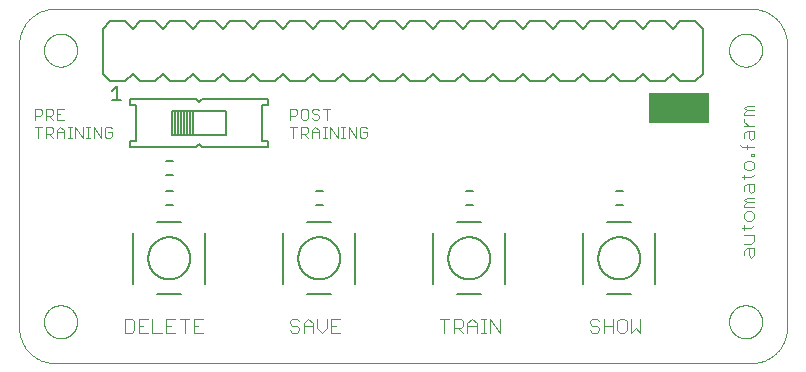
<source format=gto>
G75*
%MOIN*%
%OFA0B0*%
%FSLAX25Y25*%
%IPPOS*%
%LPD*%
%AMOC8*
5,1,8,0,0,1.08239X$1,22.5*
%
%ADD10C,0.00400*%
%ADD11C,0.00300*%
%ADD12R,0.20000X0.10000*%
%ADD13C,0.00500*%
%ADD14C,0.00800*%
%ADD15C,0.00600*%
%ADD16C,0.00000*%
D10*
X0040200Y0015200D02*
X0040200Y0019804D01*
X0042502Y0019804D01*
X0043269Y0019037D01*
X0043269Y0015967D01*
X0042502Y0015200D01*
X0040200Y0015200D01*
X0044804Y0015200D02*
X0047873Y0015200D01*
X0049408Y0015200D02*
X0052477Y0015200D01*
X0054012Y0015200D02*
X0057081Y0015200D01*
X0054012Y0015200D02*
X0054012Y0019804D01*
X0057081Y0019804D01*
X0058616Y0019804D02*
X0061685Y0019804D01*
X0063220Y0019804D02*
X0063220Y0015200D01*
X0066289Y0015200D01*
X0064754Y0017502D02*
X0063220Y0017502D01*
X0063220Y0019804D02*
X0066289Y0019804D01*
X0060150Y0019804D02*
X0060150Y0015200D01*
X0055546Y0017502D02*
X0054012Y0017502D01*
X0049408Y0019804D02*
X0049408Y0015200D01*
X0046339Y0017502D02*
X0044804Y0017502D01*
X0044804Y0019804D02*
X0044804Y0015200D01*
X0044804Y0019804D02*
X0047873Y0019804D01*
X0095200Y0019037D02*
X0095200Y0018269D01*
X0095967Y0017502D01*
X0097502Y0017502D01*
X0098269Y0016735D01*
X0098269Y0015967D01*
X0097502Y0015200D01*
X0095967Y0015200D01*
X0095200Y0015967D01*
X0099804Y0015200D02*
X0099804Y0018269D01*
X0101339Y0019804D01*
X0102873Y0018269D01*
X0102873Y0015200D01*
X0104408Y0016735D02*
X0105942Y0015200D01*
X0107477Y0016735D01*
X0107477Y0019804D01*
X0109012Y0019804D02*
X0109012Y0015200D01*
X0112081Y0015200D01*
X0110546Y0017502D02*
X0109012Y0017502D01*
X0104408Y0016735D02*
X0104408Y0019804D01*
X0109012Y0019804D02*
X0112081Y0019804D01*
X0102873Y0017502D02*
X0099804Y0017502D01*
X0098269Y0019037D02*
X0097502Y0019804D01*
X0095967Y0019804D01*
X0095200Y0019037D01*
X0145200Y0019804D02*
X0148269Y0019804D01*
X0146735Y0019804D02*
X0146735Y0015200D01*
X0149804Y0015200D02*
X0149804Y0019804D01*
X0152106Y0019804D01*
X0152873Y0019037D01*
X0152873Y0017502D01*
X0152106Y0016735D01*
X0149804Y0016735D01*
X0151339Y0016735D02*
X0152873Y0015200D01*
X0154408Y0015200D02*
X0154408Y0018269D01*
X0155942Y0019804D01*
X0157477Y0018269D01*
X0157477Y0015200D01*
X0159012Y0015200D02*
X0160546Y0015200D01*
X0159779Y0015200D02*
X0159779Y0019804D01*
X0159012Y0019804D02*
X0160546Y0019804D01*
X0162081Y0019804D02*
X0165150Y0015200D01*
X0165150Y0019804D01*
X0162081Y0019804D02*
X0162081Y0015200D01*
X0157477Y0017502D02*
X0154408Y0017502D01*
X0195200Y0018269D02*
X0195967Y0017502D01*
X0197502Y0017502D01*
X0198269Y0016735D01*
X0198269Y0015967D01*
X0197502Y0015200D01*
X0195967Y0015200D01*
X0195200Y0015967D01*
X0199804Y0015200D02*
X0199804Y0019804D01*
X0198269Y0019037D02*
X0197502Y0019804D01*
X0195967Y0019804D01*
X0195200Y0019037D01*
X0195200Y0018269D01*
X0199804Y0017502D02*
X0202873Y0017502D01*
X0204408Y0019037D02*
X0204408Y0015967D01*
X0205175Y0015200D01*
X0206710Y0015200D01*
X0207477Y0015967D01*
X0207477Y0019037D01*
X0206710Y0019804D01*
X0205175Y0019804D01*
X0204408Y0019037D01*
X0202873Y0019804D02*
X0202873Y0015200D01*
X0209012Y0015200D02*
X0210546Y0016735D01*
X0212081Y0015200D01*
X0212081Y0019804D01*
X0209012Y0019804D02*
X0209012Y0015200D01*
X0248265Y0040967D02*
X0249033Y0040200D01*
X0249800Y0040967D01*
X0249800Y0043269D01*
X0247498Y0043269D01*
X0246731Y0042502D01*
X0246731Y0040967D01*
X0248265Y0040967D02*
X0248265Y0043269D01*
X0249033Y0044804D02*
X0246731Y0044804D01*
X0249033Y0044804D02*
X0249800Y0045571D01*
X0249800Y0047873D01*
X0246731Y0047873D01*
X0246731Y0049408D02*
X0246731Y0050942D01*
X0245963Y0050175D02*
X0249033Y0050175D01*
X0249800Y0050942D01*
X0249033Y0052477D02*
X0247498Y0052477D01*
X0246731Y0053244D01*
X0246731Y0054779D01*
X0247498Y0055546D01*
X0249033Y0055546D01*
X0249800Y0054779D01*
X0249800Y0053244D01*
X0249033Y0052477D01*
X0249800Y0057081D02*
X0246731Y0057081D01*
X0246731Y0057848D01*
X0247498Y0058616D01*
X0246731Y0059383D01*
X0247498Y0060150D01*
X0249800Y0060150D01*
X0249800Y0058616D02*
X0247498Y0058616D01*
X0249033Y0061685D02*
X0248265Y0062452D01*
X0248265Y0064754D01*
X0247498Y0064754D02*
X0249800Y0064754D01*
X0249800Y0062452D01*
X0249033Y0061685D01*
X0246731Y0062452D02*
X0246731Y0063987D01*
X0247498Y0064754D01*
X0246731Y0066289D02*
X0246731Y0067824D01*
X0245963Y0067056D02*
X0249033Y0067056D01*
X0249800Y0067824D01*
X0249033Y0069358D02*
X0247498Y0069358D01*
X0246731Y0070125D01*
X0246731Y0071660D01*
X0247498Y0072427D01*
X0249033Y0072427D01*
X0249800Y0071660D01*
X0249800Y0070125D01*
X0249033Y0069358D01*
X0249033Y0073962D02*
X0249033Y0074729D01*
X0249800Y0074729D01*
X0249800Y0073962D01*
X0249033Y0073962D01*
X0247498Y0076264D02*
X0247498Y0077799D01*
X0245963Y0077031D02*
X0245196Y0077799D01*
X0245963Y0077031D02*
X0249800Y0077031D01*
X0249033Y0079333D02*
X0248265Y0080101D01*
X0248265Y0082403D01*
X0247498Y0082403D02*
X0249800Y0082403D01*
X0249800Y0080101D01*
X0249033Y0079333D01*
X0246731Y0080101D02*
X0246731Y0081635D01*
X0247498Y0082403D01*
X0246731Y0083937D02*
X0249800Y0083937D01*
X0248265Y0083937D02*
X0246731Y0085472D01*
X0246731Y0086239D01*
X0246731Y0087774D02*
X0246731Y0088541D01*
X0247498Y0089309D01*
X0246731Y0090076D01*
X0247498Y0090843D01*
X0249800Y0090843D01*
X0249800Y0089309D02*
X0247498Y0089309D01*
X0246731Y0087774D02*
X0249800Y0087774D01*
D11*
X0120945Y0083236D02*
X0120328Y0083853D01*
X0119094Y0083853D01*
X0118477Y0083236D01*
X0118477Y0080767D01*
X0119094Y0080150D01*
X0120328Y0080150D01*
X0120945Y0080767D01*
X0120945Y0082002D01*
X0119711Y0082002D01*
X0117262Y0083853D02*
X0117262Y0080150D01*
X0114793Y0083853D01*
X0114793Y0080150D01*
X0113572Y0080150D02*
X0112338Y0080150D01*
X0112955Y0080150D02*
X0112955Y0083853D01*
X0112338Y0083853D02*
X0113572Y0083853D01*
X0111124Y0083853D02*
X0111124Y0080150D01*
X0108655Y0083853D01*
X0108655Y0080150D01*
X0107434Y0080150D02*
X0106199Y0080150D01*
X0106817Y0080150D02*
X0106817Y0083853D01*
X0107434Y0083853D02*
X0106199Y0083853D01*
X0104985Y0082619D02*
X0104985Y0080150D01*
X0104985Y0082002D02*
X0102516Y0082002D01*
X0102516Y0082619D02*
X0102516Y0080150D01*
X0101302Y0080150D02*
X0100068Y0081384D01*
X0100685Y0081384D02*
X0098833Y0081384D01*
X0098833Y0080150D02*
X0098833Y0083853D01*
X0100685Y0083853D01*
X0101302Y0083236D01*
X0101302Y0082002D01*
X0100685Y0081384D01*
X0102516Y0082619D02*
X0103751Y0083853D01*
X0104985Y0082619D01*
X0104368Y0086150D02*
X0103133Y0086150D01*
X0102516Y0086767D01*
X0101302Y0086767D02*
X0100685Y0086150D01*
X0099450Y0086150D01*
X0098833Y0086767D01*
X0098833Y0089236D01*
X0099450Y0089853D01*
X0100685Y0089853D01*
X0101302Y0089236D01*
X0101302Y0086767D01*
X0103133Y0088002D02*
X0104368Y0088002D01*
X0104985Y0087384D01*
X0104985Y0086767D01*
X0104368Y0086150D01*
X0107434Y0086150D02*
X0107434Y0089853D01*
X0108668Y0089853D02*
X0106199Y0089853D01*
X0104985Y0089236D02*
X0104368Y0089853D01*
X0103133Y0089853D01*
X0102516Y0089236D01*
X0102516Y0088619D01*
X0103133Y0088002D01*
X0097619Y0088002D02*
X0097002Y0087384D01*
X0095150Y0087384D01*
X0095150Y0086150D02*
X0095150Y0089853D01*
X0097002Y0089853D01*
X0097619Y0089236D01*
X0097619Y0088002D01*
X0097619Y0083853D02*
X0095150Y0083853D01*
X0096384Y0083853D02*
X0096384Y0080150D01*
X0035945Y0080767D02*
X0035945Y0082002D01*
X0034711Y0082002D01*
X0035945Y0083236D02*
X0035328Y0083853D01*
X0034094Y0083853D01*
X0033477Y0083236D01*
X0033477Y0080767D01*
X0034094Y0080150D01*
X0035328Y0080150D01*
X0035945Y0080767D01*
X0032262Y0080150D02*
X0032262Y0083853D01*
X0029793Y0083853D02*
X0032262Y0080150D01*
X0029793Y0080150D02*
X0029793Y0083853D01*
X0028572Y0083853D02*
X0027338Y0083853D01*
X0027955Y0083853D02*
X0027955Y0080150D01*
X0027338Y0080150D02*
X0028572Y0080150D01*
X0026124Y0080150D02*
X0026124Y0083853D01*
X0023655Y0083853D02*
X0026124Y0080150D01*
X0023655Y0080150D02*
X0023655Y0083853D01*
X0022434Y0083853D02*
X0021199Y0083853D01*
X0021817Y0083853D02*
X0021817Y0080150D01*
X0022434Y0080150D02*
X0021199Y0080150D01*
X0019985Y0080150D02*
X0019985Y0082619D01*
X0018751Y0083853D01*
X0017516Y0082619D01*
X0017516Y0080150D01*
X0016302Y0080150D02*
X0015068Y0081384D01*
X0015685Y0081384D02*
X0013833Y0081384D01*
X0013833Y0080150D02*
X0013833Y0083853D01*
X0015685Y0083853D01*
X0016302Y0083236D01*
X0016302Y0082002D01*
X0015685Y0081384D01*
X0017516Y0082002D02*
X0019985Y0082002D01*
X0019985Y0086150D02*
X0017516Y0086150D01*
X0017516Y0089853D01*
X0019985Y0089853D01*
X0018751Y0088002D02*
X0017516Y0088002D01*
X0016302Y0088002D02*
X0015685Y0087384D01*
X0013833Y0087384D01*
X0013833Y0086150D02*
X0013833Y0089853D01*
X0015685Y0089853D01*
X0016302Y0089236D01*
X0016302Y0088002D01*
X0015068Y0087384D02*
X0016302Y0086150D01*
X0012619Y0088002D02*
X0012002Y0087384D01*
X0010150Y0087384D01*
X0010150Y0086150D02*
X0010150Y0089853D01*
X0012002Y0089853D01*
X0012619Y0089236D01*
X0012619Y0088002D01*
X0012619Y0083853D02*
X0010150Y0083853D01*
X0011384Y0083853D02*
X0011384Y0080150D01*
D12*
X0225000Y0090000D03*
D13*
X0088000Y0091000D02*
X0086000Y0091000D01*
X0086000Y0079000D01*
X0088000Y0079000D01*
X0088000Y0077000D01*
X0066000Y0077000D01*
X0065000Y0078000D01*
X0064000Y0077000D01*
X0042000Y0077000D01*
X0042000Y0079000D01*
X0044000Y0079000D01*
X0044000Y0091000D01*
X0042000Y0091000D01*
X0042000Y0093000D01*
X0064000Y0093000D01*
X0065000Y0092000D01*
X0066000Y0093000D01*
X0088000Y0093000D01*
X0088000Y0091000D01*
X0074000Y0089000D02*
X0074000Y0081000D01*
X0056000Y0081000D01*
X0056000Y0089000D01*
X0074000Y0089000D01*
X0063000Y0089000D02*
X0063000Y0081000D01*
X0062000Y0081000D02*
X0062000Y0089000D01*
X0061000Y0089000D02*
X0061000Y0081000D01*
X0060000Y0081000D02*
X0060000Y0089000D01*
X0059000Y0089000D02*
X0059000Y0081000D01*
X0058000Y0081000D02*
X0058000Y0089000D01*
X0057000Y0089000D02*
X0057000Y0081000D01*
X0039087Y0092766D02*
X0036085Y0092766D01*
X0037586Y0092766D02*
X0037586Y0097270D01*
X0036085Y0095768D01*
D14*
X0051071Y0052000D02*
X0059000Y0052000D01*
X0067000Y0048500D02*
X0067000Y0031500D01*
X0059000Y0028000D02*
X0050953Y0028000D01*
X0043000Y0031500D02*
X0043000Y0048500D01*
X0048000Y0040000D02*
X0048002Y0040172D01*
X0048008Y0040343D01*
X0048019Y0040515D01*
X0048034Y0040686D01*
X0048053Y0040857D01*
X0048076Y0041027D01*
X0048103Y0041197D01*
X0048135Y0041366D01*
X0048170Y0041534D01*
X0048210Y0041701D01*
X0048254Y0041867D01*
X0048301Y0042032D01*
X0048353Y0042196D01*
X0048409Y0042358D01*
X0048469Y0042519D01*
X0048533Y0042679D01*
X0048601Y0042837D01*
X0048672Y0042993D01*
X0048747Y0043147D01*
X0048827Y0043300D01*
X0048909Y0043450D01*
X0048996Y0043599D01*
X0049086Y0043745D01*
X0049180Y0043889D01*
X0049277Y0044031D01*
X0049378Y0044170D01*
X0049482Y0044307D01*
X0049589Y0044441D01*
X0049700Y0044572D01*
X0049813Y0044701D01*
X0049930Y0044827D01*
X0050050Y0044950D01*
X0050173Y0045070D01*
X0050299Y0045187D01*
X0050428Y0045300D01*
X0050559Y0045411D01*
X0050693Y0045518D01*
X0050830Y0045622D01*
X0050969Y0045723D01*
X0051111Y0045820D01*
X0051255Y0045914D01*
X0051401Y0046004D01*
X0051550Y0046091D01*
X0051700Y0046173D01*
X0051853Y0046253D01*
X0052007Y0046328D01*
X0052163Y0046399D01*
X0052321Y0046467D01*
X0052481Y0046531D01*
X0052642Y0046591D01*
X0052804Y0046647D01*
X0052968Y0046699D01*
X0053133Y0046746D01*
X0053299Y0046790D01*
X0053466Y0046830D01*
X0053634Y0046865D01*
X0053803Y0046897D01*
X0053973Y0046924D01*
X0054143Y0046947D01*
X0054314Y0046966D01*
X0054485Y0046981D01*
X0054657Y0046992D01*
X0054828Y0046998D01*
X0055000Y0047000D01*
X0055172Y0046998D01*
X0055343Y0046992D01*
X0055515Y0046981D01*
X0055686Y0046966D01*
X0055857Y0046947D01*
X0056027Y0046924D01*
X0056197Y0046897D01*
X0056366Y0046865D01*
X0056534Y0046830D01*
X0056701Y0046790D01*
X0056867Y0046746D01*
X0057032Y0046699D01*
X0057196Y0046647D01*
X0057358Y0046591D01*
X0057519Y0046531D01*
X0057679Y0046467D01*
X0057837Y0046399D01*
X0057993Y0046328D01*
X0058147Y0046253D01*
X0058300Y0046173D01*
X0058450Y0046091D01*
X0058599Y0046004D01*
X0058745Y0045914D01*
X0058889Y0045820D01*
X0059031Y0045723D01*
X0059170Y0045622D01*
X0059307Y0045518D01*
X0059441Y0045411D01*
X0059572Y0045300D01*
X0059701Y0045187D01*
X0059827Y0045070D01*
X0059950Y0044950D01*
X0060070Y0044827D01*
X0060187Y0044701D01*
X0060300Y0044572D01*
X0060411Y0044441D01*
X0060518Y0044307D01*
X0060622Y0044170D01*
X0060723Y0044031D01*
X0060820Y0043889D01*
X0060914Y0043745D01*
X0061004Y0043599D01*
X0061091Y0043450D01*
X0061173Y0043300D01*
X0061253Y0043147D01*
X0061328Y0042993D01*
X0061399Y0042837D01*
X0061467Y0042679D01*
X0061531Y0042519D01*
X0061591Y0042358D01*
X0061647Y0042196D01*
X0061699Y0042032D01*
X0061746Y0041867D01*
X0061790Y0041701D01*
X0061830Y0041534D01*
X0061865Y0041366D01*
X0061897Y0041197D01*
X0061924Y0041027D01*
X0061947Y0040857D01*
X0061966Y0040686D01*
X0061981Y0040515D01*
X0061992Y0040343D01*
X0061998Y0040172D01*
X0062000Y0040000D01*
X0061998Y0039828D01*
X0061992Y0039657D01*
X0061981Y0039485D01*
X0061966Y0039314D01*
X0061947Y0039143D01*
X0061924Y0038973D01*
X0061897Y0038803D01*
X0061865Y0038634D01*
X0061830Y0038466D01*
X0061790Y0038299D01*
X0061746Y0038133D01*
X0061699Y0037968D01*
X0061647Y0037804D01*
X0061591Y0037642D01*
X0061531Y0037481D01*
X0061467Y0037321D01*
X0061399Y0037163D01*
X0061328Y0037007D01*
X0061253Y0036853D01*
X0061173Y0036700D01*
X0061091Y0036550D01*
X0061004Y0036401D01*
X0060914Y0036255D01*
X0060820Y0036111D01*
X0060723Y0035969D01*
X0060622Y0035830D01*
X0060518Y0035693D01*
X0060411Y0035559D01*
X0060300Y0035428D01*
X0060187Y0035299D01*
X0060070Y0035173D01*
X0059950Y0035050D01*
X0059827Y0034930D01*
X0059701Y0034813D01*
X0059572Y0034700D01*
X0059441Y0034589D01*
X0059307Y0034482D01*
X0059170Y0034378D01*
X0059031Y0034277D01*
X0058889Y0034180D01*
X0058745Y0034086D01*
X0058599Y0033996D01*
X0058450Y0033909D01*
X0058300Y0033827D01*
X0058147Y0033747D01*
X0057993Y0033672D01*
X0057837Y0033601D01*
X0057679Y0033533D01*
X0057519Y0033469D01*
X0057358Y0033409D01*
X0057196Y0033353D01*
X0057032Y0033301D01*
X0056867Y0033254D01*
X0056701Y0033210D01*
X0056534Y0033170D01*
X0056366Y0033135D01*
X0056197Y0033103D01*
X0056027Y0033076D01*
X0055857Y0033053D01*
X0055686Y0033034D01*
X0055515Y0033019D01*
X0055343Y0033008D01*
X0055172Y0033002D01*
X0055000Y0033000D01*
X0054828Y0033002D01*
X0054657Y0033008D01*
X0054485Y0033019D01*
X0054314Y0033034D01*
X0054143Y0033053D01*
X0053973Y0033076D01*
X0053803Y0033103D01*
X0053634Y0033135D01*
X0053466Y0033170D01*
X0053299Y0033210D01*
X0053133Y0033254D01*
X0052968Y0033301D01*
X0052804Y0033353D01*
X0052642Y0033409D01*
X0052481Y0033469D01*
X0052321Y0033533D01*
X0052163Y0033601D01*
X0052007Y0033672D01*
X0051853Y0033747D01*
X0051700Y0033827D01*
X0051550Y0033909D01*
X0051401Y0033996D01*
X0051255Y0034086D01*
X0051111Y0034180D01*
X0050969Y0034277D01*
X0050830Y0034378D01*
X0050693Y0034482D01*
X0050559Y0034589D01*
X0050428Y0034700D01*
X0050299Y0034813D01*
X0050173Y0034930D01*
X0050050Y0035050D01*
X0049930Y0035173D01*
X0049813Y0035299D01*
X0049700Y0035428D01*
X0049589Y0035559D01*
X0049482Y0035693D01*
X0049378Y0035830D01*
X0049277Y0035969D01*
X0049180Y0036111D01*
X0049086Y0036255D01*
X0048996Y0036401D01*
X0048909Y0036550D01*
X0048827Y0036700D01*
X0048747Y0036853D01*
X0048672Y0037007D01*
X0048601Y0037163D01*
X0048533Y0037321D01*
X0048469Y0037481D01*
X0048409Y0037642D01*
X0048353Y0037804D01*
X0048301Y0037968D01*
X0048254Y0038133D01*
X0048210Y0038299D01*
X0048170Y0038466D01*
X0048135Y0038634D01*
X0048103Y0038803D01*
X0048076Y0038973D01*
X0048053Y0039143D01*
X0048034Y0039314D01*
X0048019Y0039485D01*
X0048008Y0039657D01*
X0048002Y0039828D01*
X0048000Y0040000D01*
X0093000Y0048500D02*
X0093000Y0031500D01*
X0100953Y0028000D02*
X0109000Y0028000D01*
X0117000Y0031500D02*
X0117000Y0048500D01*
X0109000Y0052000D02*
X0101071Y0052000D01*
X0098000Y0040000D02*
X0098002Y0040172D01*
X0098008Y0040343D01*
X0098019Y0040515D01*
X0098034Y0040686D01*
X0098053Y0040857D01*
X0098076Y0041027D01*
X0098103Y0041197D01*
X0098135Y0041366D01*
X0098170Y0041534D01*
X0098210Y0041701D01*
X0098254Y0041867D01*
X0098301Y0042032D01*
X0098353Y0042196D01*
X0098409Y0042358D01*
X0098469Y0042519D01*
X0098533Y0042679D01*
X0098601Y0042837D01*
X0098672Y0042993D01*
X0098747Y0043147D01*
X0098827Y0043300D01*
X0098909Y0043450D01*
X0098996Y0043599D01*
X0099086Y0043745D01*
X0099180Y0043889D01*
X0099277Y0044031D01*
X0099378Y0044170D01*
X0099482Y0044307D01*
X0099589Y0044441D01*
X0099700Y0044572D01*
X0099813Y0044701D01*
X0099930Y0044827D01*
X0100050Y0044950D01*
X0100173Y0045070D01*
X0100299Y0045187D01*
X0100428Y0045300D01*
X0100559Y0045411D01*
X0100693Y0045518D01*
X0100830Y0045622D01*
X0100969Y0045723D01*
X0101111Y0045820D01*
X0101255Y0045914D01*
X0101401Y0046004D01*
X0101550Y0046091D01*
X0101700Y0046173D01*
X0101853Y0046253D01*
X0102007Y0046328D01*
X0102163Y0046399D01*
X0102321Y0046467D01*
X0102481Y0046531D01*
X0102642Y0046591D01*
X0102804Y0046647D01*
X0102968Y0046699D01*
X0103133Y0046746D01*
X0103299Y0046790D01*
X0103466Y0046830D01*
X0103634Y0046865D01*
X0103803Y0046897D01*
X0103973Y0046924D01*
X0104143Y0046947D01*
X0104314Y0046966D01*
X0104485Y0046981D01*
X0104657Y0046992D01*
X0104828Y0046998D01*
X0105000Y0047000D01*
X0105172Y0046998D01*
X0105343Y0046992D01*
X0105515Y0046981D01*
X0105686Y0046966D01*
X0105857Y0046947D01*
X0106027Y0046924D01*
X0106197Y0046897D01*
X0106366Y0046865D01*
X0106534Y0046830D01*
X0106701Y0046790D01*
X0106867Y0046746D01*
X0107032Y0046699D01*
X0107196Y0046647D01*
X0107358Y0046591D01*
X0107519Y0046531D01*
X0107679Y0046467D01*
X0107837Y0046399D01*
X0107993Y0046328D01*
X0108147Y0046253D01*
X0108300Y0046173D01*
X0108450Y0046091D01*
X0108599Y0046004D01*
X0108745Y0045914D01*
X0108889Y0045820D01*
X0109031Y0045723D01*
X0109170Y0045622D01*
X0109307Y0045518D01*
X0109441Y0045411D01*
X0109572Y0045300D01*
X0109701Y0045187D01*
X0109827Y0045070D01*
X0109950Y0044950D01*
X0110070Y0044827D01*
X0110187Y0044701D01*
X0110300Y0044572D01*
X0110411Y0044441D01*
X0110518Y0044307D01*
X0110622Y0044170D01*
X0110723Y0044031D01*
X0110820Y0043889D01*
X0110914Y0043745D01*
X0111004Y0043599D01*
X0111091Y0043450D01*
X0111173Y0043300D01*
X0111253Y0043147D01*
X0111328Y0042993D01*
X0111399Y0042837D01*
X0111467Y0042679D01*
X0111531Y0042519D01*
X0111591Y0042358D01*
X0111647Y0042196D01*
X0111699Y0042032D01*
X0111746Y0041867D01*
X0111790Y0041701D01*
X0111830Y0041534D01*
X0111865Y0041366D01*
X0111897Y0041197D01*
X0111924Y0041027D01*
X0111947Y0040857D01*
X0111966Y0040686D01*
X0111981Y0040515D01*
X0111992Y0040343D01*
X0111998Y0040172D01*
X0112000Y0040000D01*
X0111998Y0039828D01*
X0111992Y0039657D01*
X0111981Y0039485D01*
X0111966Y0039314D01*
X0111947Y0039143D01*
X0111924Y0038973D01*
X0111897Y0038803D01*
X0111865Y0038634D01*
X0111830Y0038466D01*
X0111790Y0038299D01*
X0111746Y0038133D01*
X0111699Y0037968D01*
X0111647Y0037804D01*
X0111591Y0037642D01*
X0111531Y0037481D01*
X0111467Y0037321D01*
X0111399Y0037163D01*
X0111328Y0037007D01*
X0111253Y0036853D01*
X0111173Y0036700D01*
X0111091Y0036550D01*
X0111004Y0036401D01*
X0110914Y0036255D01*
X0110820Y0036111D01*
X0110723Y0035969D01*
X0110622Y0035830D01*
X0110518Y0035693D01*
X0110411Y0035559D01*
X0110300Y0035428D01*
X0110187Y0035299D01*
X0110070Y0035173D01*
X0109950Y0035050D01*
X0109827Y0034930D01*
X0109701Y0034813D01*
X0109572Y0034700D01*
X0109441Y0034589D01*
X0109307Y0034482D01*
X0109170Y0034378D01*
X0109031Y0034277D01*
X0108889Y0034180D01*
X0108745Y0034086D01*
X0108599Y0033996D01*
X0108450Y0033909D01*
X0108300Y0033827D01*
X0108147Y0033747D01*
X0107993Y0033672D01*
X0107837Y0033601D01*
X0107679Y0033533D01*
X0107519Y0033469D01*
X0107358Y0033409D01*
X0107196Y0033353D01*
X0107032Y0033301D01*
X0106867Y0033254D01*
X0106701Y0033210D01*
X0106534Y0033170D01*
X0106366Y0033135D01*
X0106197Y0033103D01*
X0106027Y0033076D01*
X0105857Y0033053D01*
X0105686Y0033034D01*
X0105515Y0033019D01*
X0105343Y0033008D01*
X0105172Y0033002D01*
X0105000Y0033000D01*
X0104828Y0033002D01*
X0104657Y0033008D01*
X0104485Y0033019D01*
X0104314Y0033034D01*
X0104143Y0033053D01*
X0103973Y0033076D01*
X0103803Y0033103D01*
X0103634Y0033135D01*
X0103466Y0033170D01*
X0103299Y0033210D01*
X0103133Y0033254D01*
X0102968Y0033301D01*
X0102804Y0033353D01*
X0102642Y0033409D01*
X0102481Y0033469D01*
X0102321Y0033533D01*
X0102163Y0033601D01*
X0102007Y0033672D01*
X0101853Y0033747D01*
X0101700Y0033827D01*
X0101550Y0033909D01*
X0101401Y0033996D01*
X0101255Y0034086D01*
X0101111Y0034180D01*
X0100969Y0034277D01*
X0100830Y0034378D01*
X0100693Y0034482D01*
X0100559Y0034589D01*
X0100428Y0034700D01*
X0100299Y0034813D01*
X0100173Y0034930D01*
X0100050Y0035050D01*
X0099930Y0035173D01*
X0099813Y0035299D01*
X0099700Y0035428D01*
X0099589Y0035559D01*
X0099482Y0035693D01*
X0099378Y0035830D01*
X0099277Y0035969D01*
X0099180Y0036111D01*
X0099086Y0036255D01*
X0098996Y0036401D01*
X0098909Y0036550D01*
X0098827Y0036700D01*
X0098747Y0036853D01*
X0098672Y0037007D01*
X0098601Y0037163D01*
X0098533Y0037321D01*
X0098469Y0037481D01*
X0098409Y0037642D01*
X0098353Y0037804D01*
X0098301Y0037968D01*
X0098254Y0038133D01*
X0098210Y0038299D01*
X0098170Y0038466D01*
X0098135Y0038634D01*
X0098103Y0038803D01*
X0098076Y0038973D01*
X0098053Y0039143D01*
X0098034Y0039314D01*
X0098019Y0039485D01*
X0098008Y0039657D01*
X0098002Y0039828D01*
X0098000Y0040000D01*
X0143000Y0048500D02*
X0143000Y0031500D01*
X0150953Y0028000D02*
X0159000Y0028000D01*
X0167000Y0031500D02*
X0167000Y0048500D01*
X0159000Y0052000D02*
X0151071Y0052000D01*
X0148000Y0040000D02*
X0148002Y0040172D01*
X0148008Y0040343D01*
X0148019Y0040515D01*
X0148034Y0040686D01*
X0148053Y0040857D01*
X0148076Y0041027D01*
X0148103Y0041197D01*
X0148135Y0041366D01*
X0148170Y0041534D01*
X0148210Y0041701D01*
X0148254Y0041867D01*
X0148301Y0042032D01*
X0148353Y0042196D01*
X0148409Y0042358D01*
X0148469Y0042519D01*
X0148533Y0042679D01*
X0148601Y0042837D01*
X0148672Y0042993D01*
X0148747Y0043147D01*
X0148827Y0043300D01*
X0148909Y0043450D01*
X0148996Y0043599D01*
X0149086Y0043745D01*
X0149180Y0043889D01*
X0149277Y0044031D01*
X0149378Y0044170D01*
X0149482Y0044307D01*
X0149589Y0044441D01*
X0149700Y0044572D01*
X0149813Y0044701D01*
X0149930Y0044827D01*
X0150050Y0044950D01*
X0150173Y0045070D01*
X0150299Y0045187D01*
X0150428Y0045300D01*
X0150559Y0045411D01*
X0150693Y0045518D01*
X0150830Y0045622D01*
X0150969Y0045723D01*
X0151111Y0045820D01*
X0151255Y0045914D01*
X0151401Y0046004D01*
X0151550Y0046091D01*
X0151700Y0046173D01*
X0151853Y0046253D01*
X0152007Y0046328D01*
X0152163Y0046399D01*
X0152321Y0046467D01*
X0152481Y0046531D01*
X0152642Y0046591D01*
X0152804Y0046647D01*
X0152968Y0046699D01*
X0153133Y0046746D01*
X0153299Y0046790D01*
X0153466Y0046830D01*
X0153634Y0046865D01*
X0153803Y0046897D01*
X0153973Y0046924D01*
X0154143Y0046947D01*
X0154314Y0046966D01*
X0154485Y0046981D01*
X0154657Y0046992D01*
X0154828Y0046998D01*
X0155000Y0047000D01*
X0155172Y0046998D01*
X0155343Y0046992D01*
X0155515Y0046981D01*
X0155686Y0046966D01*
X0155857Y0046947D01*
X0156027Y0046924D01*
X0156197Y0046897D01*
X0156366Y0046865D01*
X0156534Y0046830D01*
X0156701Y0046790D01*
X0156867Y0046746D01*
X0157032Y0046699D01*
X0157196Y0046647D01*
X0157358Y0046591D01*
X0157519Y0046531D01*
X0157679Y0046467D01*
X0157837Y0046399D01*
X0157993Y0046328D01*
X0158147Y0046253D01*
X0158300Y0046173D01*
X0158450Y0046091D01*
X0158599Y0046004D01*
X0158745Y0045914D01*
X0158889Y0045820D01*
X0159031Y0045723D01*
X0159170Y0045622D01*
X0159307Y0045518D01*
X0159441Y0045411D01*
X0159572Y0045300D01*
X0159701Y0045187D01*
X0159827Y0045070D01*
X0159950Y0044950D01*
X0160070Y0044827D01*
X0160187Y0044701D01*
X0160300Y0044572D01*
X0160411Y0044441D01*
X0160518Y0044307D01*
X0160622Y0044170D01*
X0160723Y0044031D01*
X0160820Y0043889D01*
X0160914Y0043745D01*
X0161004Y0043599D01*
X0161091Y0043450D01*
X0161173Y0043300D01*
X0161253Y0043147D01*
X0161328Y0042993D01*
X0161399Y0042837D01*
X0161467Y0042679D01*
X0161531Y0042519D01*
X0161591Y0042358D01*
X0161647Y0042196D01*
X0161699Y0042032D01*
X0161746Y0041867D01*
X0161790Y0041701D01*
X0161830Y0041534D01*
X0161865Y0041366D01*
X0161897Y0041197D01*
X0161924Y0041027D01*
X0161947Y0040857D01*
X0161966Y0040686D01*
X0161981Y0040515D01*
X0161992Y0040343D01*
X0161998Y0040172D01*
X0162000Y0040000D01*
X0161998Y0039828D01*
X0161992Y0039657D01*
X0161981Y0039485D01*
X0161966Y0039314D01*
X0161947Y0039143D01*
X0161924Y0038973D01*
X0161897Y0038803D01*
X0161865Y0038634D01*
X0161830Y0038466D01*
X0161790Y0038299D01*
X0161746Y0038133D01*
X0161699Y0037968D01*
X0161647Y0037804D01*
X0161591Y0037642D01*
X0161531Y0037481D01*
X0161467Y0037321D01*
X0161399Y0037163D01*
X0161328Y0037007D01*
X0161253Y0036853D01*
X0161173Y0036700D01*
X0161091Y0036550D01*
X0161004Y0036401D01*
X0160914Y0036255D01*
X0160820Y0036111D01*
X0160723Y0035969D01*
X0160622Y0035830D01*
X0160518Y0035693D01*
X0160411Y0035559D01*
X0160300Y0035428D01*
X0160187Y0035299D01*
X0160070Y0035173D01*
X0159950Y0035050D01*
X0159827Y0034930D01*
X0159701Y0034813D01*
X0159572Y0034700D01*
X0159441Y0034589D01*
X0159307Y0034482D01*
X0159170Y0034378D01*
X0159031Y0034277D01*
X0158889Y0034180D01*
X0158745Y0034086D01*
X0158599Y0033996D01*
X0158450Y0033909D01*
X0158300Y0033827D01*
X0158147Y0033747D01*
X0157993Y0033672D01*
X0157837Y0033601D01*
X0157679Y0033533D01*
X0157519Y0033469D01*
X0157358Y0033409D01*
X0157196Y0033353D01*
X0157032Y0033301D01*
X0156867Y0033254D01*
X0156701Y0033210D01*
X0156534Y0033170D01*
X0156366Y0033135D01*
X0156197Y0033103D01*
X0156027Y0033076D01*
X0155857Y0033053D01*
X0155686Y0033034D01*
X0155515Y0033019D01*
X0155343Y0033008D01*
X0155172Y0033002D01*
X0155000Y0033000D01*
X0154828Y0033002D01*
X0154657Y0033008D01*
X0154485Y0033019D01*
X0154314Y0033034D01*
X0154143Y0033053D01*
X0153973Y0033076D01*
X0153803Y0033103D01*
X0153634Y0033135D01*
X0153466Y0033170D01*
X0153299Y0033210D01*
X0153133Y0033254D01*
X0152968Y0033301D01*
X0152804Y0033353D01*
X0152642Y0033409D01*
X0152481Y0033469D01*
X0152321Y0033533D01*
X0152163Y0033601D01*
X0152007Y0033672D01*
X0151853Y0033747D01*
X0151700Y0033827D01*
X0151550Y0033909D01*
X0151401Y0033996D01*
X0151255Y0034086D01*
X0151111Y0034180D01*
X0150969Y0034277D01*
X0150830Y0034378D01*
X0150693Y0034482D01*
X0150559Y0034589D01*
X0150428Y0034700D01*
X0150299Y0034813D01*
X0150173Y0034930D01*
X0150050Y0035050D01*
X0149930Y0035173D01*
X0149813Y0035299D01*
X0149700Y0035428D01*
X0149589Y0035559D01*
X0149482Y0035693D01*
X0149378Y0035830D01*
X0149277Y0035969D01*
X0149180Y0036111D01*
X0149086Y0036255D01*
X0148996Y0036401D01*
X0148909Y0036550D01*
X0148827Y0036700D01*
X0148747Y0036853D01*
X0148672Y0037007D01*
X0148601Y0037163D01*
X0148533Y0037321D01*
X0148469Y0037481D01*
X0148409Y0037642D01*
X0148353Y0037804D01*
X0148301Y0037968D01*
X0148254Y0038133D01*
X0148210Y0038299D01*
X0148170Y0038466D01*
X0148135Y0038634D01*
X0148103Y0038803D01*
X0148076Y0038973D01*
X0148053Y0039143D01*
X0148034Y0039314D01*
X0148019Y0039485D01*
X0148008Y0039657D01*
X0148002Y0039828D01*
X0148000Y0040000D01*
X0193000Y0048500D02*
X0193000Y0031500D01*
X0200953Y0028000D02*
X0209000Y0028000D01*
X0217000Y0031500D02*
X0217000Y0048500D01*
X0209000Y0052000D02*
X0201071Y0052000D01*
X0198000Y0040000D02*
X0198002Y0040172D01*
X0198008Y0040343D01*
X0198019Y0040515D01*
X0198034Y0040686D01*
X0198053Y0040857D01*
X0198076Y0041027D01*
X0198103Y0041197D01*
X0198135Y0041366D01*
X0198170Y0041534D01*
X0198210Y0041701D01*
X0198254Y0041867D01*
X0198301Y0042032D01*
X0198353Y0042196D01*
X0198409Y0042358D01*
X0198469Y0042519D01*
X0198533Y0042679D01*
X0198601Y0042837D01*
X0198672Y0042993D01*
X0198747Y0043147D01*
X0198827Y0043300D01*
X0198909Y0043450D01*
X0198996Y0043599D01*
X0199086Y0043745D01*
X0199180Y0043889D01*
X0199277Y0044031D01*
X0199378Y0044170D01*
X0199482Y0044307D01*
X0199589Y0044441D01*
X0199700Y0044572D01*
X0199813Y0044701D01*
X0199930Y0044827D01*
X0200050Y0044950D01*
X0200173Y0045070D01*
X0200299Y0045187D01*
X0200428Y0045300D01*
X0200559Y0045411D01*
X0200693Y0045518D01*
X0200830Y0045622D01*
X0200969Y0045723D01*
X0201111Y0045820D01*
X0201255Y0045914D01*
X0201401Y0046004D01*
X0201550Y0046091D01*
X0201700Y0046173D01*
X0201853Y0046253D01*
X0202007Y0046328D01*
X0202163Y0046399D01*
X0202321Y0046467D01*
X0202481Y0046531D01*
X0202642Y0046591D01*
X0202804Y0046647D01*
X0202968Y0046699D01*
X0203133Y0046746D01*
X0203299Y0046790D01*
X0203466Y0046830D01*
X0203634Y0046865D01*
X0203803Y0046897D01*
X0203973Y0046924D01*
X0204143Y0046947D01*
X0204314Y0046966D01*
X0204485Y0046981D01*
X0204657Y0046992D01*
X0204828Y0046998D01*
X0205000Y0047000D01*
X0205172Y0046998D01*
X0205343Y0046992D01*
X0205515Y0046981D01*
X0205686Y0046966D01*
X0205857Y0046947D01*
X0206027Y0046924D01*
X0206197Y0046897D01*
X0206366Y0046865D01*
X0206534Y0046830D01*
X0206701Y0046790D01*
X0206867Y0046746D01*
X0207032Y0046699D01*
X0207196Y0046647D01*
X0207358Y0046591D01*
X0207519Y0046531D01*
X0207679Y0046467D01*
X0207837Y0046399D01*
X0207993Y0046328D01*
X0208147Y0046253D01*
X0208300Y0046173D01*
X0208450Y0046091D01*
X0208599Y0046004D01*
X0208745Y0045914D01*
X0208889Y0045820D01*
X0209031Y0045723D01*
X0209170Y0045622D01*
X0209307Y0045518D01*
X0209441Y0045411D01*
X0209572Y0045300D01*
X0209701Y0045187D01*
X0209827Y0045070D01*
X0209950Y0044950D01*
X0210070Y0044827D01*
X0210187Y0044701D01*
X0210300Y0044572D01*
X0210411Y0044441D01*
X0210518Y0044307D01*
X0210622Y0044170D01*
X0210723Y0044031D01*
X0210820Y0043889D01*
X0210914Y0043745D01*
X0211004Y0043599D01*
X0211091Y0043450D01*
X0211173Y0043300D01*
X0211253Y0043147D01*
X0211328Y0042993D01*
X0211399Y0042837D01*
X0211467Y0042679D01*
X0211531Y0042519D01*
X0211591Y0042358D01*
X0211647Y0042196D01*
X0211699Y0042032D01*
X0211746Y0041867D01*
X0211790Y0041701D01*
X0211830Y0041534D01*
X0211865Y0041366D01*
X0211897Y0041197D01*
X0211924Y0041027D01*
X0211947Y0040857D01*
X0211966Y0040686D01*
X0211981Y0040515D01*
X0211992Y0040343D01*
X0211998Y0040172D01*
X0212000Y0040000D01*
X0211998Y0039828D01*
X0211992Y0039657D01*
X0211981Y0039485D01*
X0211966Y0039314D01*
X0211947Y0039143D01*
X0211924Y0038973D01*
X0211897Y0038803D01*
X0211865Y0038634D01*
X0211830Y0038466D01*
X0211790Y0038299D01*
X0211746Y0038133D01*
X0211699Y0037968D01*
X0211647Y0037804D01*
X0211591Y0037642D01*
X0211531Y0037481D01*
X0211467Y0037321D01*
X0211399Y0037163D01*
X0211328Y0037007D01*
X0211253Y0036853D01*
X0211173Y0036700D01*
X0211091Y0036550D01*
X0211004Y0036401D01*
X0210914Y0036255D01*
X0210820Y0036111D01*
X0210723Y0035969D01*
X0210622Y0035830D01*
X0210518Y0035693D01*
X0210411Y0035559D01*
X0210300Y0035428D01*
X0210187Y0035299D01*
X0210070Y0035173D01*
X0209950Y0035050D01*
X0209827Y0034930D01*
X0209701Y0034813D01*
X0209572Y0034700D01*
X0209441Y0034589D01*
X0209307Y0034482D01*
X0209170Y0034378D01*
X0209031Y0034277D01*
X0208889Y0034180D01*
X0208745Y0034086D01*
X0208599Y0033996D01*
X0208450Y0033909D01*
X0208300Y0033827D01*
X0208147Y0033747D01*
X0207993Y0033672D01*
X0207837Y0033601D01*
X0207679Y0033533D01*
X0207519Y0033469D01*
X0207358Y0033409D01*
X0207196Y0033353D01*
X0207032Y0033301D01*
X0206867Y0033254D01*
X0206701Y0033210D01*
X0206534Y0033170D01*
X0206366Y0033135D01*
X0206197Y0033103D01*
X0206027Y0033076D01*
X0205857Y0033053D01*
X0205686Y0033034D01*
X0205515Y0033019D01*
X0205343Y0033008D01*
X0205172Y0033002D01*
X0205000Y0033000D01*
X0204828Y0033002D01*
X0204657Y0033008D01*
X0204485Y0033019D01*
X0204314Y0033034D01*
X0204143Y0033053D01*
X0203973Y0033076D01*
X0203803Y0033103D01*
X0203634Y0033135D01*
X0203466Y0033170D01*
X0203299Y0033210D01*
X0203133Y0033254D01*
X0202968Y0033301D01*
X0202804Y0033353D01*
X0202642Y0033409D01*
X0202481Y0033469D01*
X0202321Y0033533D01*
X0202163Y0033601D01*
X0202007Y0033672D01*
X0201853Y0033747D01*
X0201700Y0033827D01*
X0201550Y0033909D01*
X0201401Y0033996D01*
X0201255Y0034086D01*
X0201111Y0034180D01*
X0200969Y0034277D01*
X0200830Y0034378D01*
X0200693Y0034482D01*
X0200559Y0034589D01*
X0200428Y0034700D01*
X0200299Y0034813D01*
X0200173Y0034930D01*
X0200050Y0035050D01*
X0199930Y0035173D01*
X0199813Y0035299D01*
X0199700Y0035428D01*
X0199589Y0035559D01*
X0199482Y0035693D01*
X0199378Y0035830D01*
X0199277Y0035969D01*
X0199180Y0036111D01*
X0199086Y0036255D01*
X0198996Y0036401D01*
X0198909Y0036550D01*
X0198827Y0036700D01*
X0198747Y0036853D01*
X0198672Y0037007D01*
X0198601Y0037163D01*
X0198533Y0037321D01*
X0198469Y0037481D01*
X0198409Y0037642D01*
X0198353Y0037804D01*
X0198301Y0037968D01*
X0198254Y0038133D01*
X0198210Y0038299D01*
X0198170Y0038466D01*
X0198135Y0038634D01*
X0198103Y0038803D01*
X0198076Y0038973D01*
X0198053Y0039143D01*
X0198034Y0039314D01*
X0198019Y0039485D01*
X0198008Y0039657D01*
X0198002Y0039828D01*
X0198000Y0040000D01*
D15*
X0203819Y0057638D02*
X0206181Y0057638D01*
X0206181Y0062362D02*
X0203819Y0062362D01*
X0156181Y0062362D02*
X0153819Y0062362D01*
X0153819Y0057638D02*
X0156181Y0057638D01*
X0106181Y0057638D02*
X0103819Y0057638D01*
X0103819Y0062362D02*
X0106181Y0062362D01*
X0056181Y0062362D02*
X0053819Y0062362D01*
X0053819Y0057638D02*
X0056181Y0057638D01*
X0056181Y0067638D02*
X0053819Y0067638D01*
X0053819Y0072362D02*
X0056181Y0072362D01*
X0055335Y0099016D02*
X0052835Y0101516D01*
X0050335Y0099016D01*
X0045335Y0099016D01*
X0042835Y0101516D01*
X0040335Y0099016D01*
X0035335Y0099016D01*
X0032835Y0101516D01*
X0032835Y0116516D01*
X0035335Y0119016D01*
X0040335Y0119016D01*
X0042835Y0116516D01*
X0045335Y0119016D01*
X0050335Y0119016D01*
X0052835Y0116516D01*
X0055335Y0119016D01*
X0060335Y0119016D01*
X0062835Y0116516D01*
X0065335Y0119016D01*
X0070335Y0119016D01*
X0072835Y0116516D01*
X0075335Y0119016D01*
X0080335Y0119016D01*
X0082835Y0116516D01*
X0085335Y0119016D01*
X0090335Y0119016D01*
X0092835Y0116516D01*
X0095335Y0119016D01*
X0100335Y0119016D01*
X0102835Y0116516D01*
X0105335Y0119016D01*
X0110335Y0119016D01*
X0112835Y0116516D01*
X0115335Y0119016D01*
X0120335Y0119016D01*
X0122835Y0116516D01*
X0125335Y0119016D01*
X0130335Y0119016D01*
X0132835Y0116516D01*
X0135335Y0119016D01*
X0140335Y0119016D01*
X0142835Y0116516D01*
X0145335Y0119016D01*
X0150335Y0119016D01*
X0152835Y0116516D01*
X0155335Y0119016D01*
X0160335Y0119016D01*
X0162835Y0116516D01*
X0165335Y0119016D01*
X0170335Y0119016D01*
X0172835Y0116516D01*
X0175335Y0119016D01*
X0180335Y0119016D01*
X0182835Y0116516D01*
X0185335Y0119016D01*
X0190335Y0119016D01*
X0192835Y0116516D01*
X0195335Y0119016D01*
X0200335Y0119016D01*
X0202835Y0116516D01*
X0205335Y0119016D01*
X0210335Y0119016D01*
X0212835Y0116516D01*
X0215335Y0119016D01*
X0220335Y0119016D01*
X0222835Y0116516D01*
X0225335Y0119016D01*
X0230335Y0119016D01*
X0232835Y0116516D01*
X0232835Y0101516D01*
X0230335Y0099016D01*
X0225335Y0099016D01*
X0222835Y0101516D01*
X0220335Y0099016D01*
X0215335Y0099016D01*
X0212835Y0101516D01*
X0210335Y0099016D01*
X0205335Y0099016D01*
X0202835Y0101516D01*
X0200335Y0099016D01*
X0195335Y0099016D01*
X0192835Y0101516D01*
X0190335Y0099016D01*
X0185335Y0099016D01*
X0182835Y0101516D01*
X0180335Y0099016D01*
X0175335Y0099016D01*
X0172835Y0101516D01*
X0170335Y0099016D01*
X0165335Y0099016D01*
X0162835Y0101516D01*
X0160335Y0099016D01*
X0155335Y0099016D01*
X0152835Y0101516D01*
X0150335Y0099016D01*
X0145335Y0099016D01*
X0142835Y0101516D01*
X0140335Y0099016D01*
X0135335Y0099016D01*
X0132835Y0101516D01*
X0130335Y0099016D01*
X0125335Y0099016D01*
X0122835Y0101516D01*
X0120335Y0099016D01*
X0115335Y0099016D01*
X0112835Y0101516D01*
X0110335Y0099016D01*
X0105335Y0099016D01*
X0102835Y0101516D01*
X0100335Y0099016D01*
X0095335Y0099016D01*
X0092835Y0101516D01*
X0090335Y0099016D01*
X0085335Y0099016D01*
X0082835Y0101516D01*
X0080335Y0099016D01*
X0075335Y0099016D01*
X0072835Y0101516D01*
X0070335Y0099016D01*
X0065335Y0099016D01*
X0062835Y0101516D01*
X0060335Y0099016D01*
X0055335Y0099016D01*
D16*
X0016811Y0005000D02*
X0249094Y0005000D01*
X0249379Y0005003D01*
X0249665Y0005014D01*
X0249950Y0005031D01*
X0250234Y0005055D01*
X0250518Y0005086D01*
X0250801Y0005124D01*
X0251082Y0005169D01*
X0251363Y0005220D01*
X0251643Y0005278D01*
X0251921Y0005343D01*
X0252197Y0005415D01*
X0252471Y0005493D01*
X0252744Y0005578D01*
X0253014Y0005670D01*
X0253282Y0005768D01*
X0253548Y0005872D01*
X0253811Y0005983D01*
X0254071Y0006100D01*
X0254329Y0006223D01*
X0254583Y0006353D01*
X0254834Y0006489D01*
X0255082Y0006630D01*
X0255326Y0006778D01*
X0255567Y0006931D01*
X0255803Y0007091D01*
X0256036Y0007256D01*
X0256265Y0007426D01*
X0256490Y0007602D01*
X0256710Y0007784D01*
X0256926Y0007970D01*
X0257137Y0008162D01*
X0257344Y0008359D01*
X0257546Y0008561D01*
X0257743Y0008768D01*
X0257935Y0008979D01*
X0258121Y0009195D01*
X0258303Y0009415D01*
X0258479Y0009640D01*
X0258649Y0009869D01*
X0258814Y0010102D01*
X0258974Y0010338D01*
X0259127Y0010579D01*
X0259275Y0010823D01*
X0259416Y0011071D01*
X0259552Y0011322D01*
X0259682Y0011576D01*
X0259805Y0011834D01*
X0259922Y0012094D01*
X0260033Y0012357D01*
X0260137Y0012623D01*
X0260235Y0012891D01*
X0260327Y0013161D01*
X0260412Y0013434D01*
X0260490Y0013708D01*
X0260562Y0013984D01*
X0260627Y0014262D01*
X0260685Y0014542D01*
X0260736Y0014823D01*
X0260781Y0015104D01*
X0260819Y0015387D01*
X0260850Y0015671D01*
X0260874Y0015955D01*
X0260891Y0016240D01*
X0260902Y0016526D01*
X0260905Y0016811D01*
X0260906Y0016811D02*
X0260906Y0111299D01*
X0260905Y0111299D02*
X0260902Y0111584D01*
X0260891Y0111870D01*
X0260874Y0112155D01*
X0260850Y0112439D01*
X0260819Y0112723D01*
X0260781Y0113006D01*
X0260736Y0113287D01*
X0260685Y0113568D01*
X0260627Y0113848D01*
X0260562Y0114126D01*
X0260490Y0114402D01*
X0260412Y0114676D01*
X0260327Y0114949D01*
X0260235Y0115219D01*
X0260137Y0115487D01*
X0260033Y0115753D01*
X0259922Y0116016D01*
X0259805Y0116276D01*
X0259682Y0116534D01*
X0259552Y0116788D01*
X0259416Y0117039D01*
X0259275Y0117287D01*
X0259127Y0117531D01*
X0258974Y0117772D01*
X0258814Y0118008D01*
X0258649Y0118241D01*
X0258479Y0118470D01*
X0258303Y0118695D01*
X0258121Y0118915D01*
X0257935Y0119131D01*
X0257743Y0119342D01*
X0257546Y0119549D01*
X0257344Y0119751D01*
X0257137Y0119948D01*
X0256926Y0120140D01*
X0256710Y0120326D01*
X0256490Y0120508D01*
X0256265Y0120684D01*
X0256036Y0120854D01*
X0255803Y0121019D01*
X0255567Y0121179D01*
X0255326Y0121332D01*
X0255082Y0121480D01*
X0254834Y0121621D01*
X0254583Y0121757D01*
X0254329Y0121887D01*
X0254071Y0122010D01*
X0253811Y0122127D01*
X0253548Y0122238D01*
X0253282Y0122342D01*
X0253014Y0122440D01*
X0252744Y0122532D01*
X0252471Y0122617D01*
X0252197Y0122695D01*
X0251921Y0122767D01*
X0251643Y0122832D01*
X0251363Y0122890D01*
X0251082Y0122941D01*
X0250801Y0122986D01*
X0250518Y0123024D01*
X0250234Y0123055D01*
X0249950Y0123079D01*
X0249665Y0123096D01*
X0249379Y0123107D01*
X0249094Y0123110D01*
X0016811Y0123110D01*
X0016526Y0123107D01*
X0016240Y0123096D01*
X0015955Y0123079D01*
X0015671Y0123055D01*
X0015387Y0123024D01*
X0015104Y0122986D01*
X0014823Y0122941D01*
X0014542Y0122890D01*
X0014262Y0122832D01*
X0013984Y0122767D01*
X0013708Y0122695D01*
X0013434Y0122617D01*
X0013161Y0122532D01*
X0012891Y0122440D01*
X0012623Y0122342D01*
X0012357Y0122238D01*
X0012094Y0122127D01*
X0011834Y0122010D01*
X0011576Y0121887D01*
X0011322Y0121757D01*
X0011071Y0121621D01*
X0010823Y0121480D01*
X0010579Y0121332D01*
X0010338Y0121179D01*
X0010102Y0121019D01*
X0009869Y0120854D01*
X0009640Y0120684D01*
X0009415Y0120508D01*
X0009195Y0120326D01*
X0008979Y0120140D01*
X0008768Y0119948D01*
X0008561Y0119751D01*
X0008359Y0119549D01*
X0008162Y0119342D01*
X0007970Y0119131D01*
X0007784Y0118915D01*
X0007602Y0118695D01*
X0007426Y0118470D01*
X0007256Y0118241D01*
X0007091Y0118008D01*
X0006931Y0117772D01*
X0006778Y0117531D01*
X0006630Y0117287D01*
X0006489Y0117039D01*
X0006353Y0116788D01*
X0006223Y0116534D01*
X0006100Y0116276D01*
X0005983Y0116016D01*
X0005872Y0115753D01*
X0005768Y0115487D01*
X0005670Y0115219D01*
X0005578Y0114949D01*
X0005493Y0114676D01*
X0005415Y0114402D01*
X0005343Y0114126D01*
X0005278Y0113848D01*
X0005220Y0113568D01*
X0005169Y0113287D01*
X0005124Y0113006D01*
X0005086Y0112723D01*
X0005055Y0112439D01*
X0005031Y0112155D01*
X0005014Y0111870D01*
X0005003Y0111584D01*
X0005000Y0111299D01*
X0005000Y0016811D01*
X0005003Y0016526D01*
X0005014Y0016240D01*
X0005031Y0015955D01*
X0005055Y0015671D01*
X0005086Y0015387D01*
X0005124Y0015104D01*
X0005169Y0014823D01*
X0005220Y0014542D01*
X0005278Y0014262D01*
X0005343Y0013984D01*
X0005415Y0013708D01*
X0005493Y0013434D01*
X0005578Y0013161D01*
X0005670Y0012891D01*
X0005768Y0012623D01*
X0005872Y0012357D01*
X0005983Y0012094D01*
X0006100Y0011834D01*
X0006223Y0011576D01*
X0006353Y0011322D01*
X0006489Y0011071D01*
X0006630Y0010823D01*
X0006778Y0010579D01*
X0006931Y0010338D01*
X0007091Y0010102D01*
X0007256Y0009869D01*
X0007426Y0009640D01*
X0007602Y0009415D01*
X0007784Y0009195D01*
X0007970Y0008979D01*
X0008162Y0008768D01*
X0008359Y0008561D01*
X0008561Y0008359D01*
X0008768Y0008162D01*
X0008979Y0007970D01*
X0009195Y0007784D01*
X0009415Y0007602D01*
X0009640Y0007426D01*
X0009869Y0007256D01*
X0010102Y0007091D01*
X0010338Y0006931D01*
X0010579Y0006778D01*
X0010823Y0006630D01*
X0011071Y0006489D01*
X0011322Y0006353D01*
X0011576Y0006223D01*
X0011834Y0006100D01*
X0012094Y0005983D01*
X0012357Y0005872D01*
X0012623Y0005768D01*
X0012891Y0005670D01*
X0013161Y0005578D01*
X0013434Y0005493D01*
X0013708Y0005415D01*
X0013984Y0005343D01*
X0014262Y0005278D01*
X0014542Y0005220D01*
X0014823Y0005169D01*
X0015104Y0005124D01*
X0015387Y0005086D01*
X0015671Y0005055D01*
X0015955Y0005031D01*
X0016240Y0005014D01*
X0016526Y0005003D01*
X0016811Y0005000D01*
X0013268Y0018780D02*
X0013270Y0018928D01*
X0013276Y0019076D01*
X0013286Y0019224D01*
X0013300Y0019371D01*
X0013318Y0019518D01*
X0013339Y0019664D01*
X0013365Y0019810D01*
X0013395Y0019955D01*
X0013428Y0020099D01*
X0013466Y0020242D01*
X0013507Y0020384D01*
X0013552Y0020525D01*
X0013600Y0020665D01*
X0013653Y0020804D01*
X0013709Y0020941D01*
X0013769Y0021076D01*
X0013832Y0021210D01*
X0013899Y0021342D01*
X0013970Y0021472D01*
X0014044Y0021600D01*
X0014121Y0021726D01*
X0014202Y0021850D01*
X0014286Y0021972D01*
X0014373Y0022091D01*
X0014464Y0022208D01*
X0014558Y0022323D01*
X0014654Y0022435D01*
X0014754Y0022545D01*
X0014856Y0022651D01*
X0014962Y0022755D01*
X0015070Y0022856D01*
X0015181Y0022954D01*
X0015294Y0023050D01*
X0015410Y0023142D01*
X0015528Y0023231D01*
X0015649Y0023316D01*
X0015772Y0023399D01*
X0015897Y0023478D01*
X0016024Y0023554D01*
X0016153Y0023626D01*
X0016284Y0023695D01*
X0016417Y0023760D01*
X0016552Y0023821D01*
X0016688Y0023879D01*
X0016825Y0023934D01*
X0016964Y0023984D01*
X0017105Y0024031D01*
X0017246Y0024074D01*
X0017389Y0024114D01*
X0017533Y0024149D01*
X0017677Y0024181D01*
X0017823Y0024208D01*
X0017969Y0024232D01*
X0018116Y0024252D01*
X0018263Y0024268D01*
X0018410Y0024280D01*
X0018558Y0024288D01*
X0018706Y0024292D01*
X0018854Y0024292D01*
X0019002Y0024288D01*
X0019150Y0024280D01*
X0019297Y0024268D01*
X0019444Y0024252D01*
X0019591Y0024232D01*
X0019737Y0024208D01*
X0019883Y0024181D01*
X0020027Y0024149D01*
X0020171Y0024114D01*
X0020314Y0024074D01*
X0020455Y0024031D01*
X0020596Y0023984D01*
X0020735Y0023934D01*
X0020872Y0023879D01*
X0021008Y0023821D01*
X0021143Y0023760D01*
X0021276Y0023695D01*
X0021407Y0023626D01*
X0021536Y0023554D01*
X0021663Y0023478D01*
X0021788Y0023399D01*
X0021911Y0023316D01*
X0022032Y0023231D01*
X0022150Y0023142D01*
X0022266Y0023050D01*
X0022379Y0022954D01*
X0022490Y0022856D01*
X0022598Y0022755D01*
X0022704Y0022651D01*
X0022806Y0022545D01*
X0022906Y0022435D01*
X0023002Y0022323D01*
X0023096Y0022208D01*
X0023187Y0022091D01*
X0023274Y0021972D01*
X0023358Y0021850D01*
X0023439Y0021726D01*
X0023516Y0021600D01*
X0023590Y0021472D01*
X0023661Y0021342D01*
X0023728Y0021210D01*
X0023791Y0021076D01*
X0023851Y0020941D01*
X0023907Y0020804D01*
X0023960Y0020665D01*
X0024008Y0020525D01*
X0024053Y0020384D01*
X0024094Y0020242D01*
X0024132Y0020099D01*
X0024165Y0019955D01*
X0024195Y0019810D01*
X0024221Y0019664D01*
X0024242Y0019518D01*
X0024260Y0019371D01*
X0024274Y0019224D01*
X0024284Y0019076D01*
X0024290Y0018928D01*
X0024292Y0018780D01*
X0024290Y0018632D01*
X0024284Y0018484D01*
X0024274Y0018336D01*
X0024260Y0018189D01*
X0024242Y0018042D01*
X0024221Y0017896D01*
X0024195Y0017750D01*
X0024165Y0017605D01*
X0024132Y0017461D01*
X0024094Y0017318D01*
X0024053Y0017176D01*
X0024008Y0017035D01*
X0023960Y0016895D01*
X0023907Y0016756D01*
X0023851Y0016619D01*
X0023791Y0016484D01*
X0023728Y0016350D01*
X0023661Y0016218D01*
X0023590Y0016088D01*
X0023516Y0015960D01*
X0023439Y0015834D01*
X0023358Y0015710D01*
X0023274Y0015588D01*
X0023187Y0015469D01*
X0023096Y0015352D01*
X0023002Y0015237D01*
X0022906Y0015125D01*
X0022806Y0015015D01*
X0022704Y0014909D01*
X0022598Y0014805D01*
X0022490Y0014704D01*
X0022379Y0014606D01*
X0022266Y0014510D01*
X0022150Y0014418D01*
X0022032Y0014329D01*
X0021911Y0014244D01*
X0021788Y0014161D01*
X0021663Y0014082D01*
X0021536Y0014006D01*
X0021407Y0013934D01*
X0021276Y0013865D01*
X0021143Y0013800D01*
X0021008Y0013739D01*
X0020872Y0013681D01*
X0020735Y0013626D01*
X0020596Y0013576D01*
X0020455Y0013529D01*
X0020314Y0013486D01*
X0020171Y0013446D01*
X0020027Y0013411D01*
X0019883Y0013379D01*
X0019737Y0013352D01*
X0019591Y0013328D01*
X0019444Y0013308D01*
X0019297Y0013292D01*
X0019150Y0013280D01*
X0019002Y0013272D01*
X0018854Y0013268D01*
X0018706Y0013268D01*
X0018558Y0013272D01*
X0018410Y0013280D01*
X0018263Y0013292D01*
X0018116Y0013308D01*
X0017969Y0013328D01*
X0017823Y0013352D01*
X0017677Y0013379D01*
X0017533Y0013411D01*
X0017389Y0013446D01*
X0017246Y0013486D01*
X0017105Y0013529D01*
X0016964Y0013576D01*
X0016825Y0013626D01*
X0016688Y0013681D01*
X0016552Y0013739D01*
X0016417Y0013800D01*
X0016284Y0013865D01*
X0016153Y0013934D01*
X0016024Y0014006D01*
X0015897Y0014082D01*
X0015772Y0014161D01*
X0015649Y0014244D01*
X0015528Y0014329D01*
X0015410Y0014418D01*
X0015294Y0014510D01*
X0015181Y0014606D01*
X0015070Y0014704D01*
X0014962Y0014805D01*
X0014856Y0014909D01*
X0014754Y0015015D01*
X0014654Y0015125D01*
X0014558Y0015237D01*
X0014464Y0015352D01*
X0014373Y0015469D01*
X0014286Y0015588D01*
X0014202Y0015710D01*
X0014121Y0015834D01*
X0014044Y0015960D01*
X0013970Y0016088D01*
X0013899Y0016218D01*
X0013832Y0016350D01*
X0013769Y0016484D01*
X0013709Y0016619D01*
X0013653Y0016756D01*
X0013600Y0016895D01*
X0013552Y0017035D01*
X0013507Y0017176D01*
X0013466Y0017318D01*
X0013428Y0017461D01*
X0013395Y0017605D01*
X0013365Y0017750D01*
X0013339Y0017896D01*
X0013318Y0018042D01*
X0013300Y0018189D01*
X0013286Y0018336D01*
X0013276Y0018484D01*
X0013270Y0018632D01*
X0013268Y0018780D01*
X0013268Y0109331D02*
X0013270Y0109479D01*
X0013276Y0109627D01*
X0013286Y0109775D01*
X0013300Y0109922D01*
X0013318Y0110069D01*
X0013339Y0110215D01*
X0013365Y0110361D01*
X0013395Y0110506D01*
X0013428Y0110650D01*
X0013466Y0110793D01*
X0013507Y0110935D01*
X0013552Y0111076D01*
X0013600Y0111216D01*
X0013653Y0111355D01*
X0013709Y0111492D01*
X0013769Y0111627D01*
X0013832Y0111761D01*
X0013899Y0111893D01*
X0013970Y0112023D01*
X0014044Y0112151D01*
X0014121Y0112277D01*
X0014202Y0112401D01*
X0014286Y0112523D01*
X0014373Y0112642D01*
X0014464Y0112759D01*
X0014558Y0112874D01*
X0014654Y0112986D01*
X0014754Y0113096D01*
X0014856Y0113202D01*
X0014962Y0113306D01*
X0015070Y0113407D01*
X0015181Y0113505D01*
X0015294Y0113601D01*
X0015410Y0113693D01*
X0015528Y0113782D01*
X0015649Y0113867D01*
X0015772Y0113950D01*
X0015897Y0114029D01*
X0016024Y0114105D01*
X0016153Y0114177D01*
X0016284Y0114246D01*
X0016417Y0114311D01*
X0016552Y0114372D01*
X0016688Y0114430D01*
X0016825Y0114485D01*
X0016964Y0114535D01*
X0017105Y0114582D01*
X0017246Y0114625D01*
X0017389Y0114665D01*
X0017533Y0114700D01*
X0017677Y0114732D01*
X0017823Y0114759D01*
X0017969Y0114783D01*
X0018116Y0114803D01*
X0018263Y0114819D01*
X0018410Y0114831D01*
X0018558Y0114839D01*
X0018706Y0114843D01*
X0018854Y0114843D01*
X0019002Y0114839D01*
X0019150Y0114831D01*
X0019297Y0114819D01*
X0019444Y0114803D01*
X0019591Y0114783D01*
X0019737Y0114759D01*
X0019883Y0114732D01*
X0020027Y0114700D01*
X0020171Y0114665D01*
X0020314Y0114625D01*
X0020455Y0114582D01*
X0020596Y0114535D01*
X0020735Y0114485D01*
X0020872Y0114430D01*
X0021008Y0114372D01*
X0021143Y0114311D01*
X0021276Y0114246D01*
X0021407Y0114177D01*
X0021536Y0114105D01*
X0021663Y0114029D01*
X0021788Y0113950D01*
X0021911Y0113867D01*
X0022032Y0113782D01*
X0022150Y0113693D01*
X0022266Y0113601D01*
X0022379Y0113505D01*
X0022490Y0113407D01*
X0022598Y0113306D01*
X0022704Y0113202D01*
X0022806Y0113096D01*
X0022906Y0112986D01*
X0023002Y0112874D01*
X0023096Y0112759D01*
X0023187Y0112642D01*
X0023274Y0112523D01*
X0023358Y0112401D01*
X0023439Y0112277D01*
X0023516Y0112151D01*
X0023590Y0112023D01*
X0023661Y0111893D01*
X0023728Y0111761D01*
X0023791Y0111627D01*
X0023851Y0111492D01*
X0023907Y0111355D01*
X0023960Y0111216D01*
X0024008Y0111076D01*
X0024053Y0110935D01*
X0024094Y0110793D01*
X0024132Y0110650D01*
X0024165Y0110506D01*
X0024195Y0110361D01*
X0024221Y0110215D01*
X0024242Y0110069D01*
X0024260Y0109922D01*
X0024274Y0109775D01*
X0024284Y0109627D01*
X0024290Y0109479D01*
X0024292Y0109331D01*
X0024290Y0109183D01*
X0024284Y0109035D01*
X0024274Y0108887D01*
X0024260Y0108740D01*
X0024242Y0108593D01*
X0024221Y0108447D01*
X0024195Y0108301D01*
X0024165Y0108156D01*
X0024132Y0108012D01*
X0024094Y0107869D01*
X0024053Y0107727D01*
X0024008Y0107586D01*
X0023960Y0107446D01*
X0023907Y0107307D01*
X0023851Y0107170D01*
X0023791Y0107035D01*
X0023728Y0106901D01*
X0023661Y0106769D01*
X0023590Y0106639D01*
X0023516Y0106511D01*
X0023439Y0106385D01*
X0023358Y0106261D01*
X0023274Y0106139D01*
X0023187Y0106020D01*
X0023096Y0105903D01*
X0023002Y0105788D01*
X0022906Y0105676D01*
X0022806Y0105566D01*
X0022704Y0105460D01*
X0022598Y0105356D01*
X0022490Y0105255D01*
X0022379Y0105157D01*
X0022266Y0105061D01*
X0022150Y0104969D01*
X0022032Y0104880D01*
X0021911Y0104795D01*
X0021788Y0104712D01*
X0021663Y0104633D01*
X0021536Y0104557D01*
X0021407Y0104485D01*
X0021276Y0104416D01*
X0021143Y0104351D01*
X0021008Y0104290D01*
X0020872Y0104232D01*
X0020735Y0104177D01*
X0020596Y0104127D01*
X0020455Y0104080D01*
X0020314Y0104037D01*
X0020171Y0103997D01*
X0020027Y0103962D01*
X0019883Y0103930D01*
X0019737Y0103903D01*
X0019591Y0103879D01*
X0019444Y0103859D01*
X0019297Y0103843D01*
X0019150Y0103831D01*
X0019002Y0103823D01*
X0018854Y0103819D01*
X0018706Y0103819D01*
X0018558Y0103823D01*
X0018410Y0103831D01*
X0018263Y0103843D01*
X0018116Y0103859D01*
X0017969Y0103879D01*
X0017823Y0103903D01*
X0017677Y0103930D01*
X0017533Y0103962D01*
X0017389Y0103997D01*
X0017246Y0104037D01*
X0017105Y0104080D01*
X0016964Y0104127D01*
X0016825Y0104177D01*
X0016688Y0104232D01*
X0016552Y0104290D01*
X0016417Y0104351D01*
X0016284Y0104416D01*
X0016153Y0104485D01*
X0016024Y0104557D01*
X0015897Y0104633D01*
X0015772Y0104712D01*
X0015649Y0104795D01*
X0015528Y0104880D01*
X0015410Y0104969D01*
X0015294Y0105061D01*
X0015181Y0105157D01*
X0015070Y0105255D01*
X0014962Y0105356D01*
X0014856Y0105460D01*
X0014754Y0105566D01*
X0014654Y0105676D01*
X0014558Y0105788D01*
X0014464Y0105903D01*
X0014373Y0106020D01*
X0014286Y0106139D01*
X0014202Y0106261D01*
X0014121Y0106385D01*
X0014044Y0106511D01*
X0013970Y0106639D01*
X0013899Y0106769D01*
X0013832Y0106901D01*
X0013769Y0107035D01*
X0013709Y0107170D01*
X0013653Y0107307D01*
X0013600Y0107446D01*
X0013552Y0107586D01*
X0013507Y0107727D01*
X0013466Y0107869D01*
X0013428Y0108012D01*
X0013395Y0108156D01*
X0013365Y0108301D01*
X0013339Y0108447D01*
X0013318Y0108593D01*
X0013300Y0108740D01*
X0013286Y0108887D01*
X0013276Y0109035D01*
X0013270Y0109183D01*
X0013268Y0109331D01*
X0241614Y0109331D02*
X0241616Y0109479D01*
X0241622Y0109627D01*
X0241632Y0109775D01*
X0241646Y0109922D01*
X0241664Y0110069D01*
X0241685Y0110215D01*
X0241711Y0110361D01*
X0241741Y0110506D01*
X0241774Y0110650D01*
X0241812Y0110793D01*
X0241853Y0110935D01*
X0241898Y0111076D01*
X0241946Y0111216D01*
X0241999Y0111355D01*
X0242055Y0111492D01*
X0242115Y0111627D01*
X0242178Y0111761D01*
X0242245Y0111893D01*
X0242316Y0112023D01*
X0242390Y0112151D01*
X0242467Y0112277D01*
X0242548Y0112401D01*
X0242632Y0112523D01*
X0242719Y0112642D01*
X0242810Y0112759D01*
X0242904Y0112874D01*
X0243000Y0112986D01*
X0243100Y0113096D01*
X0243202Y0113202D01*
X0243308Y0113306D01*
X0243416Y0113407D01*
X0243527Y0113505D01*
X0243640Y0113601D01*
X0243756Y0113693D01*
X0243874Y0113782D01*
X0243995Y0113867D01*
X0244118Y0113950D01*
X0244243Y0114029D01*
X0244370Y0114105D01*
X0244499Y0114177D01*
X0244630Y0114246D01*
X0244763Y0114311D01*
X0244898Y0114372D01*
X0245034Y0114430D01*
X0245171Y0114485D01*
X0245310Y0114535D01*
X0245451Y0114582D01*
X0245592Y0114625D01*
X0245735Y0114665D01*
X0245879Y0114700D01*
X0246023Y0114732D01*
X0246169Y0114759D01*
X0246315Y0114783D01*
X0246462Y0114803D01*
X0246609Y0114819D01*
X0246756Y0114831D01*
X0246904Y0114839D01*
X0247052Y0114843D01*
X0247200Y0114843D01*
X0247348Y0114839D01*
X0247496Y0114831D01*
X0247643Y0114819D01*
X0247790Y0114803D01*
X0247937Y0114783D01*
X0248083Y0114759D01*
X0248229Y0114732D01*
X0248373Y0114700D01*
X0248517Y0114665D01*
X0248660Y0114625D01*
X0248801Y0114582D01*
X0248942Y0114535D01*
X0249081Y0114485D01*
X0249218Y0114430D01*
X0249354Y0114372D01*
X0249489Y0114311D01*
X0249622Y0114246D01*
X0249753Y0114177D01*
X0249882Y0114105D01*
X0250009Y0114029D01*
X0250134Y0113950D01*
X0250257Y0113867D01*
X0250378Y0113782D01*
X0250496Y0113693D01*
X0250612Y0113601D01*
X0250725Y0113505D01*
X0250836Y0113407D01*
X0250944Y0113306D01*
X0251050Y0113202D01*
X0251152Y0113096D01*
X0251252Y0112986D01*
X0251348Y0112874D01*
X0251442Y0112759D01*
X0251533Y0112642D01*
X0251620Y0112523D01*
X0251704Y0112401D01*
X0251785Y0112277D01*
X0251862Y0112151D01*
X0251936Y0112023D01*
X0252007Y0111893D01*
X0252074Y0111761D01*
X0252137Y0111627D01*
X0252197Y0111492D01*
X0252253Y0111355D01*
X0252306Y0111216D01*
X0252354Y0111076D01*
X0252399Y0110935D01*
X0252440Y0110793D01*
X0252478Y0110650D01*
X0252511Y0110506D01*
X0252541Y0110361D01*
X0252567Y0110215D01*
X0252588Y0110069D01*
X0252606Y0109922D01*
X0252620Y0109775D01*
X0252630Y0109627D01*
X0252636Y0109479D01*
X0252638Y0109331D01*
X0252636Y0109183D01*
X0252630Y0109035D01*
X0252620Y0108887D01*
X0252606Y0108740D01*
X0252588Y0108593D01*
X0252567Y0108447D01*
X0252541Y0108301D01*
X0252511Y0108156D01*
X0252478Y0108012D01*
X0252440Y0107869D01*
X0252399Y0107727D01*
X0252354Y0107586D01*
X0252306Y0107446D01*
X0252253Y0107307D01*
X0252197Y0107170D01*
X0252137Y0107035D01*
X0252074Y0106901D01*
X0252007Y0106769D01*
X0251936Y0106639D01*
X0251862Y0106511D01*
X0251785Y0106385D01*
X0251704Y0106261D01*
X0251620Y0106139D01*
X0251533Y0106020D01*
X0251442Y0105903D01*
X0251348Y0105788D01*
X0251252Y0105676D01*
X0251152Y0105566D01*
X0251050Y0105460D01*
X0250944Y0105356D01*
X0250836Y0105255D01*
X0250725Y0105157D01*
X0250612Y0105061D01*
X0250496Y0104969D01*
X0250378Y0104880D01*
X0250257Y0104795D01*
X0250134Y0104712D01*
X0250009Y0104633D01*
X0249882Y0104557D01*
X0249753Y0104485D01*
X0249622Y0104416D01*
X0249489Y0104351D01*
X0249354Y0104290D01*
X0249218Y0104232D01*
X0249081Y0104177D01*
X0248942Y0104127D01*
X0248801Y0104080D01*
X0248660Y0104037D01*
X0248517Y0103997D01*
X0248373Y0103962D01*
X0248229Y0103930D01*
X0248083Y0103903D01*
X0247937Y0103879D01*
X0247790Y0103859D01*
X0247643Y0103843D01*
X0247496Y0103831D01*
X0247348Y0103823D01*
X0247200Y0103819D01*
X0247052Y0103819D01*
X0246904Y0103823D01*
X0246756Y0103831D01*
X0246609Y0103843D01*
X0246462Y0103859D01*
X0246315Y0103879D01*
X0246169Y0103903D01*
X0246023Y0103930D01*
X0245879Y0103962D01*
X0245735Y0103997D01*
X0245592Y0104037D01*
X0245451Y0104080D01*
X0245310Y0104127D01*
X0245171Y0104177D01*
X0245034Y0104232D01*
X0244898Y0104290D01*
X0244763Y0104351D01*
X0244630Y0104416D01*
X0244499Y0104485D01*
X0244370Y0104557D01*
X0244243Y0104633D01*
X0244118Y0104712D01*
X0243995Y0104795D01*
X0243874Y0104880D01*
X0243756Y0104969D01*
X0243640Y0105061D01*
X0243527Y0105157D01*
X0243416Y0105255D01*
X0243308Y0105356D01*
X0243202Y0105460D01*
X0243100Y0105566D01*
X0243000Y0105676D01*
X0242904Y0105788D01*
X0242810Y0105903D01*
X0242719Y0106020D01*
X0242632Y0106139D01*
X0242548Y0106261D01*
X0242467Y0106385D01*
X0242390Y0106511D01*
X0242316Y0106639D01*
X0242245Y0106769D01*
X0242178Y0106901D01*
X0242115Y0107035D01*
X0242055Y0107170D01*
X0241999Y0107307D01*
X0241946Y0107446D01*
X0241898Y0107586D01*
X0241853Y0107727D01*
X0241812Y0107869D01*
X0241774Y0108012D01*
X0241741Y0108156D01*
X0241711Y0108301D01*
X0241685Y0108447D01*
X0241664Y0108593D01*
X0241646Y0108740D01*
X0241632Y0108887D01*
X0241622Y0109035D01*
X0241616Y0109183D01*
X0241614Y0109331D01*
X0241614Y0018780D02*
X0241616Y0018928D01*
X0241622Y0019076D01*
X0241632Y0019224D01*
X0241646Y0019371D01*
X0241664Y0019518D01*
X0241685Y0019664D01*
X0241711Y0019810D01*
X0241741Y0019955D01*
X0241774Y0020099D01*
X0241812Y0020242D01*
X0241853Y0020384D01*
X0241898Y0020525D01*
X0241946Y0020665D01*
X0241999Y0020804D01*
X0242055Y0020941D01*
X0242115Y0021076D01*
X0242178Y0021210D01*
X0242245Y0021342D01*
X0242316Y0021472D01*
X0242390Y0021600D01*
X0242467Y0021726D01*
X0242548Y0021850D01*
X0242632Y0021972D01*
X0242719Y0022091D01*
X0242810Y0022208D01*
X0242904Y0022323D01*
X0243000Y0022435D01*
X0243100Y0022545D01*
X0243202Y0022651D01*
X0243308Y0022755D01*
X0243416Y0022856D01*
X0243527Y0022954D01*
X0243640Y0023050D01*
X0243756Y0023142D01*
X0243874Y0023231D01*
X0243995Y0023316D01*
X0244118Y0023399D01*
X0244243Y0023478D01*
X0244370Y0023554D01*
X0244499Y0023626D01*
X0244630Y0023695D01*
X0244763Y0023760D01*
X0244898Y0023821D01*
X0245034Y0023879D01*
X0245171Y0023934D01*
X0245310Y0023984D01*
X0245451Y0024031D01*
X0245592Y0024074D01*
X0245735Y0024114D01*
X0245879Y0024149D01*
X0246023Y0024181D01*
X0246169Y0024208D01*
X0246315Y0024232D01*
X0246462Y0024252D01*
X0246609Y0024268D01*
X0246756Y0024280D01*
X0246904Y0024288D01*
X0247052Y0024292D01*
X0247200Y0024292D01*
X0247348Y0024288D01*
X0247496Y0024280D01*
X0247643Y0024268D01*
X0247790Y0024252D01*
X0247937Y0024232D01*
X0248083Y0024208D01*
X0248229Y0024181D01*
X0248373Y0024149D01*
X0248517Y0024114D01*
X0248660Y0024074D01*
X0248801Y0024031D01*
X0248942Y0023984D01*
X0249081Y0023934D01*
X0249218Y0023879D01*
X0249354Y0023821D01*
X0249489Y0023760D01*
X0249622Y0023695D01*
X0249753Y0023626D01*
X0249882Y0023554D01*
X0250009Y0023478D01*
X0250134Y0023399D01*
X0250257Y0023316D01*
X0250378Y0023231D01*
X0250496Y0023142D01*
X0250612Y0023050D01*
X0250725Y0022954D01*
X0250836Y0022856D01*
X0250944Y0022755D01*
X0251050Y0022651D01*
X0251152Y0022545D01*
X0251252Y0022435D01*
X0251348Y0022323D01*
X0251442Y0022208D01*
X0251533Y0022091D01*
X0251620Y0021972D01*
X0251704Y0021850D01*
X0251785Y0021726D01*
X0251862Y0021600D01*
X0251936Y0021472D01*
X0252007Y0021342D01*
X0252074Y0021210D01*
X0252137Y0021076D01*
X0252197Y0020941D01*
X0252253Y0020804D01*
X0252306Y0020665D01*
X0252354Y0020525D01*
X0252399Y0020384D01*
X0252440Y0020242D01*
X0252478Y0020099D01*
X0252511Y0019955D01*
X0252541Y0019810D01*
X0252567Y0019664D01*
X0252588Y0019518D01*
X0252606Y0019371D01*
X0252620Y0019224D01*
X0252630Y0019076D01*
X0252636Y0018928D01*
X0252638Y0018780D01*
X0252636Y0018632D01*
X0252630Y0018484D01*
X0252620Y0018336D01*
X0252606Y0018189D01*
X0252588Y0018042D01*
X0252567Y0017896D01*
X0252541Y0017750D01*
X0252511Y0017605D01*
X0252478Y0017461D01*
X0252440Y0017318D01*
X0252399Y0017176D01*
X0252354Y0017035D01*
X0252306Y0016895D01*
X0252253Y0016756D01*
X0252197Y0016619D01*
X0252137Y0016484D01*
X0252074Y0016350D01*
X0252007Y0016218D01*
X0251936Y0016088D01*
X0251862Y0015960D01*
X0251785Y0015834D01*
X0251704Y0015710D01*
X0251620Y0015588D01*
X0251533Y0015469D01*
X0251442Y0015352D01*
X0251348Y0015237D01*
X0251252Y0015125D01*
X0251152Y0015015D01*
X0251050Y0014909D01*
X0250944Y0014805D01*
X0250836Y0014704D01*
X0250725Y0014606D01*
X0250612Y0014510D01*
X0250496Y0014418D01*
X0250378Y0014329D01*
X0250257Y0014244D01*
X0250134Y0014161D01*
X0250009Y0014082D01*
X0249882Y0014006D01*
X0249753Y0013934D01*
X0249622Y0013865D01*
X0249489Y0013800D01*
X0249354Y0013739D01*
X0249218Y0013681D01*
X0249081Y0013626D01*
X0248942Y0013576D01*
X0248801Y0013529D01*
X0248660Y0013486D01*
X0248517Y0013446D01*
X0248373Y0013411D01*
X0248229Y0013379D01*
X0248083Y0013352D01*
X0247937Y0013328D01*
X0247790Y0013308D01*
X0247643Y0013292D01*
X0247496Y0013280D01*
X0247348Y0013272D01*
X0247200Y0013268D01*
X0247052Y0013268D01*
X0246904Y0013272D01*
X0246756Y0013280D01*
X0246609Y0013292D01*
X0246462Y0013308D01*
X0246315Y0013328D01*
X0246169Y0013352D01*
X0246023Y0013379D01*
X0245879Y0013411D01*
X0245735Y0013446D01*
X0245592Y0013486D01*
X0245451Y0013529D01*
X0245310Y0013576D01*
X0245171Y0013626D01*
X0245034Y0013681D01*
X0244898Y0013739D01*
X0244763Y0013800D01*
X0244630Y0013865D01*
X0244499Y0013934D01*
X0244370Y0014006D01*
X0244243Y0014082D01*
X0244118Y0014161D01*
X0243995Y0014244D01*
X0243874Y0014329D01*
X0243756Y0014418D01*
X0243640Y0014510D01*
X0243527Y0014606D01*
X0243416Y0014704D01*
X0243308Y0014805D01*
X0243202Y0014909D01*
X0243100Y0015015D01*
X0243000Y0015125D01*
X0242904Y0015237D01*
X0242810Y0015352D01*
X0242719Y0015469D01*
X0242632Y0015588D01*
X0242548Y0015710D01*
X0242467Y0015834D01*
X0242390Y0015960D01*
X0242316Y0016088D01*
X0242245Y0016218D01*
X0242178Y0016350D01*
X0242115Y0016484D01*
X0242055Y0016619D01*
X0241999Y0016756D01*
X0241946Y0016895D01*
X0241898Y0017035D01*
X0241853Y0017176D01*
X0241812Y0017318D01*
X0241774Y0017461D01*
X0241741Y0017605D01*
X0241711Y0017750D01*
X0241685Y0017896D01*
X0241664Y0018042D01*
X0241646Y0018189D01*
X0241632Y0018336D01*
X0241622Y0018484D01*
X0241616Y0018632D01*
X0241614Y0018780D01*
M02*

</source>
